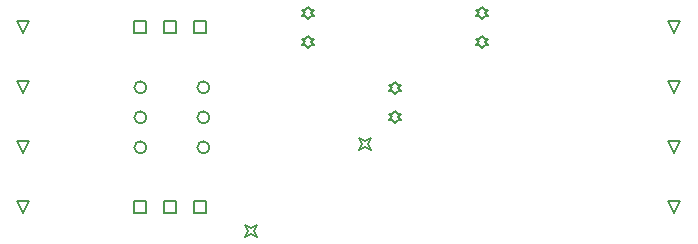
<source format=gbr>
%TF.GenerationSoftware,Altium Limited,Altium Designer,22.9.1 (49)*%
G04 Layer_Color=2752767*
%FSLAX26Y26*%
%MOIN*%
%TF.SameCoordinates,855F7917-2C45-41DE-9D2E-9897B7A1FA0C*%
%TF.FilePolarity,Positive*%
%TF.FileFunction,Drawing*%
%TF.Part,Single*%
G01*
G75*
%TA.AperFunction,NonConductor*%
%ADD33C,0.005000*%
%ADD34C,0.006667*%
D33*
X2660000Y2580000D02*
X2640000Y2620000D01*
X2680000D01*
X2660000Y2580000D01*
Y2380000D02*
X2640000Y2420000D01*
X2680000D01*
X2660000Y2380000D01*
Y2180000D02*
X2640000Y2220000D01*
X2680000D01*
X2660000Y2180000D01*
Y2780000D02*
X2640000Y2820000D01*
X2680000D01*
X2660000Y2780000D01*
X4830000Y2580000D02*
X4810000Y2620000D01*
X4850000D01*
X4830000Y2580000D01*
Y2380000D02*
X4810000Y2420000D01*
X4850000D01*
X4830000Y2380000D01*
Y2180000D02*
X4810000Y2220000D01*
X4850000D01*
X4830000Y2180000D01*
Y2780000D02*
X4810000Y2820000D01*
X4850000D01*
X4830000Y2780000D01*
X3230000D02*
Y2820000D01*
X3270000D01*
Y2780000D01*
X3230000D01*
X3130000D02*
Y2820000D01*
X3170000D01*
Y2780000D01*
X3130000D01*
X3030000D02*
Y2820000D01*
X3070000D01*
Y2780000D01*
X3030000D01*
X3900000Y2579213D02*
X3910000Y2589213D01*
X3920000D01*
X3910000Y2599213D01*
X3920000Y2609213D01*
X3910000D01*
X3900000Y2619213D01*
X3890000Y2609213D01*
X3880000D01*
X3890000Y2599213D01*
X3880000Y2589213D01*
X3890000D01*
X3900000Y2579213D01*
Y2480787D02*
X3910000Y2490787D01*
X3920000D01*
X3910000Y2500787D01*
X3920000Y2510787D01*
X3910000D01*
X3900000Y2520787D01*
X3890000Y2510787D01*
X3880000D01*
X3890000Y2500787D01*
X3880000Y2490787D01*
X3890000D01*
X3900000Y2480787D01*
X3610000Y2730787D02*
X3620000Y2740787D01*
X3630000D01*
X3620000Y2750787D01*
X3630000Y2760787D01*
X3620000D01*
X3610000Y2770787D01*
X3600000Y2760787D01*
X3590000D01*
X3600000Y2750787D01*
X3590000Y2740787D01*
X3600000D01*
X3610000Y2730787D01*
Y2829213D02*
X3620000Y2839213D01*
X3630000D01*
X3620000Y2849213D01*
X3630000Y2859213D01*
X3620000D01*
X3610000Y2869213D01*
X3600000Y2859213D01*
X3590000D01*
X3600000Y2849213D01*
X3590000Y2839213D01*
X3600000D01*
X3610000Y2829213D01*
X4190000Y2730787D02*
X4200000Y2740787D01*
X4210000D01*
X4200000Y2750787D01*
X4210000Y2760787D01*
X4200000D01*
X4190000Y2770787D01*
X4180000Y2760787D01*
X4170000D01*
X4180000Y2750787D01*
X4170000Y2740787D01*
X4180000D01*
X4190000Y2730787D01*
Y2829213D02*
X4200000Y2839213D01*
X4210000D01*
X4200000Y2849213D01*
X4210000Y2859213D01*
X4200000D01*
X4190000Y2869213D01*
X4180000Y2859213D01*
X4170000D01*
X4180000Y2849213D01*
X4170000Y2839213D01*
X4180000D01*
X4190000Y2829213D01*
X3230000Y2180000D02*
Y2220000D01*
X3270000D01*
Y2180000D01*
X3230000D01*
X3130000D02*
Y2220000D01*
X3170000D01*
Y2180000D01*
X3130000D01*
X3030000D02*
Y2220000D01*
X3070000D01*
Y2180000D01*
X3030000D01*
X3780000Y2390000D02*
X3790000Y2410000D01*
X3780000Y2430000D01*
X3800000Y2420000D01*
X3820000Y2430000D01*
X3810000Y2410000D01*
X3820000Y2390000D01*
X3800000Y2400000D01*
X3780000Y2390000D01*
X3400000Y2100000D02*
X3410000Y2120000D01*
X3400000Y2140000D01*
X3420000Y2130000D01*
X3440000Y2140000D01*
X3430000Y2120000D01*
X3440000Y2100000D01*
X3420000Y2110000D01*
X3400000Y2100000D01*
D34*
X3070000Y2600000D02*
G03*
X3070000Y2600000I-20000J0D01*
G01*
Y2500000D02*
G03*
X3070000Y2500000I-20000J0D01*
G01*
Y2400000D02*
G03*
X3070000Y2400000I-20000J0D01*
G01*
X3280000Y2600000D02*
G03*
X3280000Y2600000I-20000J0D01*
G01*
Y2500000D02*
G03*
X3280000Y2500000I-20000J0D01*
G01*
Y2400000D02*
G03*
X3280000Y2400000I-20000J0D01*
G01*
%TF.MD5,a4957ccef26a497fcc6165f70d293b26*%
M02*

</source>
